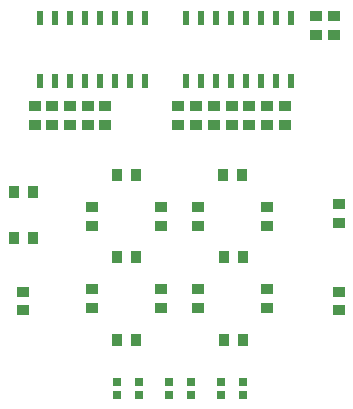
<source format=gtp>
G04*
G04 #@! TF.GenerationSoftware,Altium Limited,Altium Designer,21.2.1 (34)*
G04*
G04 Layer_Color=8421504*
%FSLAX44Y44*%
%MOMM*%
G71*
G04*
G04 #@! TF.SameCoordinates,88615370-4C05-4218-9965-B51CFC903A55*
G04*
G04*
G04 #@! TF.FilePolarity,Positive*
G04*
G01*
G75*
%ADD13R,0.7000X0.7000*%
%ADD14R,1.0000X0.9500*%
%ADD15R,0.9500X1.0000*%
%ADD16R,0.6000X1.3000*%
D13*
X368983Y102591D02*
D03*
Y91591D02*
D03*
X350683D02*
D03*
Y102591D02*
D03*
X280952D02*
D03*
Y91591D02*
D03*
X262652D02*
D03*
Y102591D02*
D03*
X306667D02*
D03*
X324967Y91591D02*
D03*
X306667D02*
D03*
X324967Y102591D02*
D03*
D14*
X389500Y320250D02*
D03*
X389500Y336250D02*
D03*
X237750Y320250D02*
D03*
Y336250D02*
D03*
X252750Y320250D02*
D03*
Y336250D02*
D03*
X446250Y396750D02*
D03*
Y412750D02*
D03*
X431000Y396750D02*
D03*
X431000Y412750D02*
D03*
X404500Y320250D02*
D03*
X404500Y336250D02*
D03*
X374500Y320250D02*
D03*
X374500Y336250D02*
D03*
X359500Y320250D02*
D03*
Y336250D02*
D03*
X344500Y320250D02*
D03*
X344500Y336250D02*
D03*
X329500Y320250D02*
D03*
Y336250D02*
D03*
X314500Y320250D02*
D03*
Y336250D02*
D03*
X389742Y234990D02*
D03*
Y250990D02*
D03*
X331305Y250964D02*
D03*
Y234964D02*
D03*
X299430Y234990D02*
D03*
Y250990D02*
D03*
Y165434D02*
D03*
Y181434D02*
D03*
X331311D02*
D03*
Y165434D02*
D03*
X389742D02*
D03*
Y181434D02*
D03*
X241017Y250990D02*
D03*
Y234990D02*
D03*
X222750Y320250D02*
D03*
Y336250D02*
D03*
X207750Y320250D02*
D03*
Y336250D02*
D03*
X192750Y320250D02*
D03*
Y336250D02*
D03*
X241017Y181434D02*
D03*
Y165434D02*
D03*
X183339Y179291D02*
D03*
Y163291D02*
D03*
X450546Y179291D02*
D03*
Y163291D02*
D03*
Y253223D02*
D03*
Y237223D02*
D03*
D15*
X352666Y277772D02*
D03*
X368666D02*
D03*
X352934Y208209D02*
D03*
X368934D02*
D03*
X352934Y138646D02*
D03*
X368934D02*
D03*
X278623Y208209D02*
D03*
X262623D02*
D03*
X278348Y277772D02*
D03*
X262348D02*
D03*
X175338Y263383D02*
D03*
X191339D02*
D03*
Y224678D02*
D03*
X175338D02*
D03*
X278623Y138646D02*
D03*
X262623D02*
D03*
D16*
X321141Y410920D02*
D03*
X359241D02*
D03*
X410041Y357580D02*
D03*
X321141D02*
D03*
X333841Y357580D02*
D03*
X346541Y357580D02*
D03*
X359241D02*
D03*
X333841Y410920D02*
D03*
X346541Y410920D02*
D03*
X371941Y357580D02*
D03*
X384641D02*
D03*
X397341Y357580D02*
D03*
X371941Y410920D02*
D03*
X384641D02*
D03*
X397341Y410920D02*
D03*
X410041Y410920D02*
D03*
X286450Y411170D02*
D03*
X273750Y411170D02*
D03*
X261050Y411170D02*
D03*
X248350Y411170D02*
D03*
X273750Y357830D02*
D03*
X261050Y357830D02*
D03*
X248350Y357830D02*
D03*
X222950Y411170D02*
D03*
X210250Y411170D02*
D03*
X235650Y357830D02*
D03*
X222950Y357830D02*
D03*
X210250Y357830D02*
D03*
X197550Y357830D02*
D03*
X286450Y357830D02*
D03*
X235650Y411170D02*
D03*
X197550Y411170D02*
D03*
M02*

</source>
